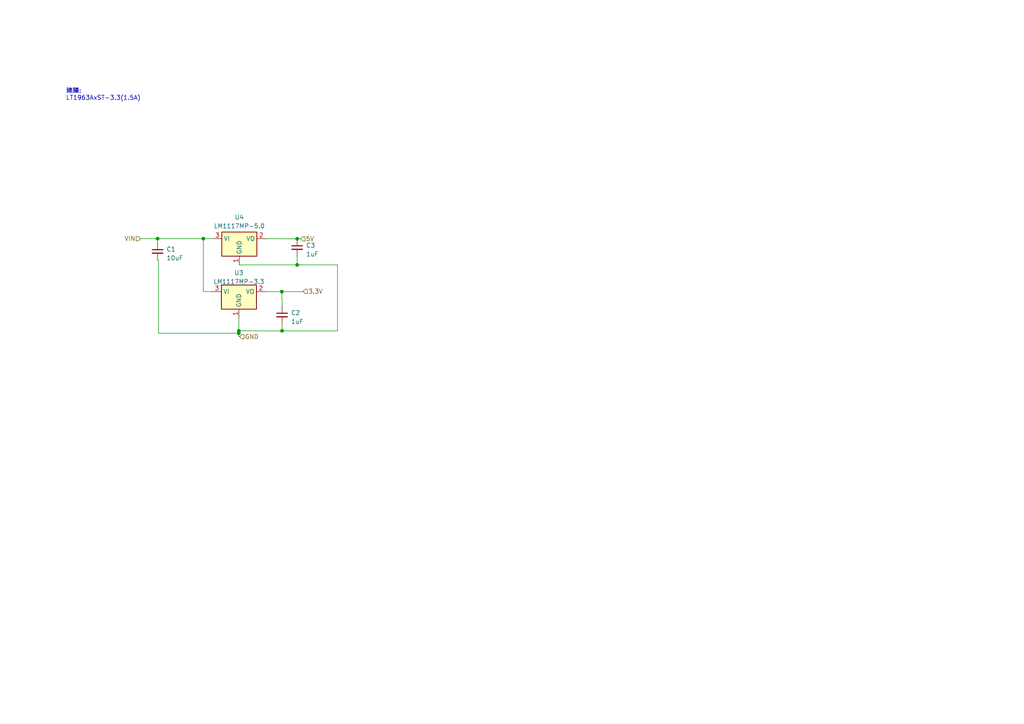
<source format=kicad_sch>
(kicad_sch (version 20231120) (generator "eeschema") (generator_version "8.0")
  (paper "A4")
  (title_block (title "Ble Midi"))
  (lib_symbols
    (symbol "Device:C_Small" (pin_numbers hide) (pin_names (offset 0.254) hide)
      (property "Reference" "C" (at 0.254 1.778 0))
      (property "Value" "C_Small" (at 0.254 -2.032 0))
      (symbol "C_Small_0_1"
        (polyline (pts (xy -1.524 -0.508) (xy 1.524 -0.508)) (stroke (width 0.3302)))
        (polyline (pts (xy -1.524 0.508) (xy 1.524 0.508)) (stroke (width 0.3048)))
      )
      (symbol "C_Small_1_1"
        (pin passive line (at 0 2.54 270) (length 2.032) (name "~") (number "1"))
        (pin passive line (at 0 -2.54 90) (length 2.032) (name "~") (number "2"))
      )
    )
    (symbol "Regulator_Linear:LM1117MP-3.3"
      (property "Reference" "U" (at -3.81 3.175 0))
      (property "Value" "LM1117MP-3.3" (at 0 3.175 0))
      (symbol "LM1117MP-3.3_0_1"
        (rectangle (start -5.08 -5.08) (end 5.08 1.905) (stroke (width 0.254)) (fill (type background)))
      )
      (symbol "LM1117MP-3.3_1_1"
        (pin power_in line (at 0 -7.62 90) (length 2.54) (name "GND") (number "1"))
        (pin power_out line (at 7.62 0 180) (length 2.54) (name "VO") (number "2"))
        (pin power_in line (at -7.62 0 0) (length 2.54) (name "VI") (number "3"))
      )
    )
    (symbol "Regulator_Linear:LM1117MP-5.0"
      (property "Reference" "U" (at -3.81 3.175 0))
      (property "Value" "LM1117MP-5.0" (at 0 3.175 0))
      (symbol "LM1117MP-5.0_0_1"
        (rectangle (start -5.08 -5.08) (end 5.08 1.905) (stroke (width 0.254)) (fill (type background)))
      )
      (symbol "LM1117MP-5.0_1_1"
        (pin power_in line (at 0 -7.62 90) (length 2.54) (name "GND") (number "1"))
        (pin power_out line (at 7.62 0 180) (length 2.54) (name "VO") (number "2"))
        (pin power_in line (at -7.62 0 0) (length 2.54) (name "VI") (number "3"))
      )
    )
  )
  (junction (at 58.9788 69.215))
  (junction (at 81.8134 95.9612))
  (junction (at 81.7372 84.582))
  (junction (at 86.1822 76.835))
  (junction (at 69.2658 96.647))
  (junction (at 69.2658 95.9612))
  (junction (at 86.1822 69.2658))
  (junction (at 45.6946 69.215))
  (wire (pts (xy 58.9788 69.215) (xy 58.9788 84.5566)))
  (wire (pts (xy 97.8916 76.835) (xy 97.8916 95.9612)))
  (wire (pts (xy 40.7416 69.215) (xy 45.6946 69.215)))
  (wire (pts (xy 81.8134 88.8238) (xy 81.8134 88.7984)))
  (wire (pts (xy 81.8134 88.7984) (xy 81.8388 88.7984)))
  (wire (pts (xy 81.8134 95.9612) (xy 97.8916 95.9612)))
  (wire (pts (xy 86.1822 74.3458) (xy 86.1822 76.835)))
  (wire (pts (xy 69.5198 97.663) (xy 69.5198 97.5868)))
  (wire (pts (xy 86.1822 69.2658) (xy 87.1982 69.2658)))
  (wire (pts (xy 81.7372 84.582) (xy 81.7372 86.6648)))
  (wire (pts (xy 45.974 96.647) (xy 69.2658 96.647)))
  (wire (pts (xy 81.8134 93.9038) (xy 81.8134 95.9612)))
  (wire (pts (xy 87.9094 84.5058) (xy 87.884 84.5058)))
  (wire (pts (xy 61.6458 84.582) (xy 61.6458 84.5566)))
  (wire (pts (xy 69.2658 96.647) (xy 69.2658 95.9612)))
  (wire (pts (xy 61.6458 84.5566) (xy 58.9788 84.5566)))
  (wire (pts (xy 69.2658 96.647) (xy 69.2658 97.5868)))
  (wire (pts (xy 87.884 84.582) (xy 81.7372 84.582)))
  (wire (pts (xy 69.2658 95.9612) (xy 81.8134 95.9612)))
  (wire (pts (xy 61.6458 84.582) (xy 61.6712 84.582)))
  (wire (pts (xy 81.7372 86.6648) (xy 81.8388 86.6648)))
  (wire (pts (xy 45.6946 69.215) (xy 58.9788 69.215)))
  (wire (pts (xy 45.6946 75.4634) (xy 45.974 75.4634)))
  (wire (pts (xy 77.089 69.2404) (xy 77.089 69.2912)))
  (wire (pts (xy 69.2658 92.202) (xy 69.2912 92.202)))
  (wire (pts (xy 77.089 69.2912) (xy 77.0382 69.2912)))
  (wire (pts (xy 45.6946 70.3834) (xy 45.6946 69.215)))
  (wire (pts (xy 69.5198 97.5868) (xy 69.2658 97.5868)))
  (wire (pts (xy 81.7372 84.582) (xy 76.9112 84.582)))
  (wire (pts (xy 81.8388 88.7984) (xy 81.8388 86.6648)))
  (wire (pts (xy 86.1822 69.2658) (xy 77.089 69.2404)))
  (wire (pts (xy 58.9788 69.215) (xy 61.7982 69.215)))
  (wire (pts (xy 45.974 75.4634) (xy 45.974 96.647)))
  (wire (pts (xy 69.2658 95.9612) (xy 69.2658 92.202)))
  (wire (pts (xy 86.1822 76.835) (xy 97.8916 76.835)))
  (wire (pts (xy 77.0382 69.2912) (xy 77.0382 69.215)))
  (wire (pts (xy 69.4182 76.835) (xy 86.1822 76.835)))
  (wire (pts (xy 87.884 84.5058) (xy 87.884 84.582)))
  (text "建議:\nLT1963AxST-3.3(1.5A)\n" (at 19.1262 29.2862 0) (effects (font (size 1.27 1.27)) (justify left bottom)))
  (hierarchical_label "GND" (shape input) (at 69.5198 97.663 0))
  (hierarchical_label "5V" (shape input) (at 87.1982 69.2658 0))
  (hierarchical_label "VIN" (shape input) (at 40.7416 69.215 180))
  (hierarchical_label "3.3V" (shape input) (at 87.9094 84.5058 0))
  (symbol (lib_id "Device:C_Small") (at 81.8134 91.3638 0) (unit 1)
    (property "Reference" "C2" (at 84.3788 90.7351 0) (effects (justify left)))
    (property "Value" "1uF" (at 84.3788 93.2751 0) (effects (justify left)))
    (property "Footprint" "Capacitor_SMD:C_0603_1608Metric" (effects (hide yes)))
  )
  (symbol (lib_id "Device:C_Small") (at 86.1822 71.8058 0) (unit 1)
    (property "Reference" "C3" (at 88.7476 71.1771 0) (effects (justify left)))
    (property "Value" "1uF" (at 88.7476 73.7171 0) (effects (justify left)))
    (property "Footprint" "Capacitor_SMD:C_0603_1608Metric" (effects (hide yes)))
  )
  (symbol (lib_id "Regulator_Linear:LM1117MP-5.0") (at 69.4182 69.215 0) (unit 1)
    (property "Reference" "U4" (at 69.4182 63.0174 0))
    (property "Value" "LM1117MP-5.0" (at 69.4182 65.5574 0))
    (property "Footprint" "Package_TO_SOT_SMD:SOT-223-3_TabPin2" (effects (hide yes)))
    (property "Datasheet" "http://www.ti.com/lit/ds/symlink/lm1117.pdf" (effects (hide yes)))
  )
  (symbol (lib_id "Device:C_Small") (at 45.6946 72.9234 0) (unit 1)
    (property "Reference" "C1" (at 48.26 72.2947 0) (effects (justify left)))
    (property "Value" "10uF" (at 48.26 74.8347 0) (effects (justify left)))
    (property "Footprint" "Capacitor_SMD:C_0603_1608Metric" (effects (hide yes)))
  )
  (symbol (lib_id "Regulator_Linear:LM1117MP-3.3") (at 69.2912 84.582 0) (unit 1)
    (property "Reference" "U3" (at 69.2912 79.1464 0))
    (property "Value" "LM1117MP-3.3" (at 69.2912 81.6864 0))
    (property "Footprint" "Package_TO_SOT_SMD:SOT-223-3_TabPin2" (effects (hide yes)))
    (property "Datasheet" "http://www.ti.com/lit/ds/symlink/lm1117.pdf" (effects (hide yes)))
  )
)
</source>
